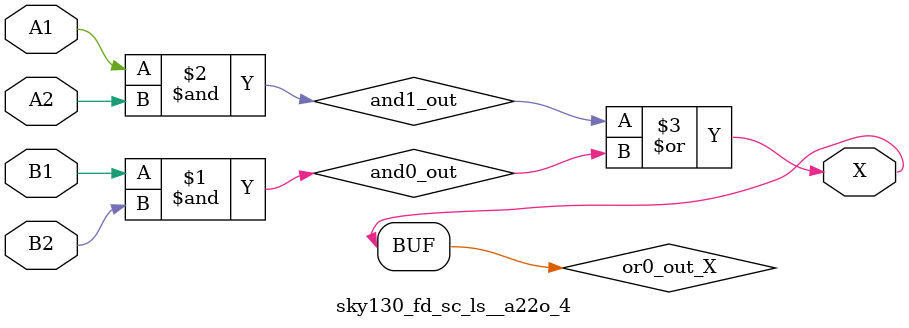
<source format=v>
/*
 * Copyright 2020 The SkyWater PDK Authors
 *
 * Licensed under the Apache License, Version 2.0 (the "License");
 * you may not use this file except in compliance with the License.
 * You may obtain a copy of the License at
 *
 *     https://www.apache.org/licenses/LICENSE-2.0
 *
 * Unless required by applicable law or agreed to in writing, software
 * distributed under the License is distributed on an "AS IS" BASIS,
 * WITHOUT WARRANTIES OR CONDITIONS OF ANY KIND, either express or implied.
 * See the License for the specific language governing permissions and
 * limitations under the License.
 *
 * SPDX-License-Identifier: Apache-2.0
*/


`ifndef SKY130_FD_SC_LS__A22O_4_FUNCTIONAL_V
`define SKY130_FD_SC_LS__A22O_4_FUNCTIONAL_V

/**
 * a22o: 2-input AND into both inputs of 2-input OR.
 *
 *       X = ((A1 & A2) | (B1 & B2))
 *
 * Verilog simulation functional model.
 */

`timescale 1ns / 1ps
`default_nettype none

`celldefine
module sky130_fd_sc_ls__a22o_4 (
    X ,
    A1,
    A2,
    B1,
    B2
);

    // Module ports
    output X ;
    input  A1;
    input  A2;
    input  B1;
    input  B2;

    // Local signals
    wire and0_out ;
    wire and1_out ;
    wire or0_out_X;

    //  Name  Output     Other arguments
    and and0 (and0_out , B1, B2            );
    and and1 (and1_out , A1, A2            );
    or  or0  (or0_out_X, and1_out, and0_out);
    buf buf0 (X        , or0_out_X         );

endmodule
`endcelldefine

`default_nettype wire
`endif  // SKY130_FD_SC_LS__A22O_4_FUNCTIONAL_V

</source>
